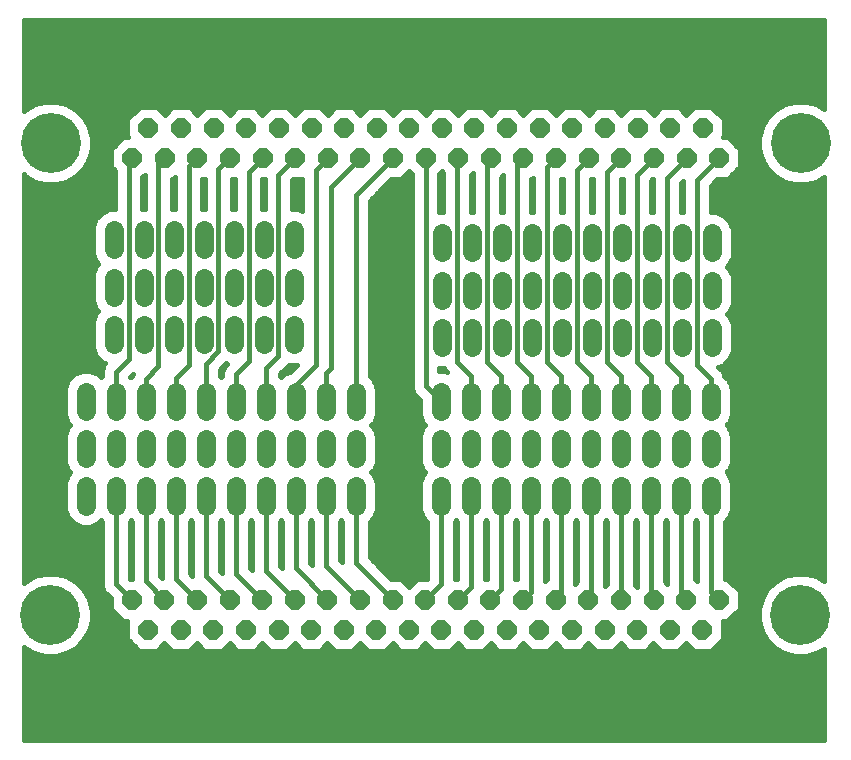
<source format=gtl>
G75*
%MOIN*%
%OFA0B0*%
%FSLAX25Y25*%
%IPPOS*%
%LPD*%
%AMOC8*
5,1,8,0,0,1.08239X$1,22.5*
%
%ADD10OC8,0.06400*%
%ADD11C,0.20000*%
%ADD12C,0.06400*%
%ADD13C,0.01575*%
D10*
X0130578Y0076800D03*
X0141378Y0076800D03*
X0152278Y0076800D03*
X0163178Y0076800D03*
X0173978Y0076800D03*
X0184878Y0076800D03*
X0195778Y0076800D03*
X0206678Y0076800D03*
X0217478Y0076800D03*
X0228378Y0076800D03*
X0239278Y0076800D03*
X0250078Y0076800D03*
X0260978Y0076800D03*
X0271878Y0076800D03*
X0282678Y0076800D03*
X0293578Y0076800D03*
X0304478Y0076800D03*
X0315278Y0076800D03*
X0326178Y0076800D03*
X0320778Y0066800D03*
X0309878Y0066800D03*
X0298978Y0066800D03*
X0288178Y0066800D03*
X0277278Y0066800D03*
X0266378Y0066800D03*
X0255578Y0066800D03*
X0244678Y0066800D03*
X0233778Y0066800D03*
X0222978Y0066800D03*
X0212078Y0066800D03*
X0201178Y0066800D03*
X0190278Y0066800D03*
X0179478Y0066800D03*
X0168578Y0066800D03*
X0157678Y0066800D03*
X0146878Y0066800D03*
X0135978Y0066800D03*
X0130657Y0224095D03*
X0141557Y0224095D03*
X0152357Y0224095D03*
X0163257Y0224095D03*
X0174157Y0224095D03*
X0184957Y0224095D03*
X0195857Y0224095D03*
X0206757Y0224095D03*
X0217557Y0224095D03*
X0228457Y0224095D03*
X0239357Y0224095D03*
X0250157Y0224095D03*
X0261057Y0224095D03*
X0271957Y0224095D03*
X0282857Y0224095D03*
X0293657Y0224095D03*
X0304557Y0224095D03*
X0315457Y0224095D03*
X0326257Y0224095D03*
X0320857Y0234095D03*
X0309957Y0234095D03*
X0299157Y0234095D03*
X0288257Y0234095D03*
X0277357Y0234095D03*
X0266457Y0234095D03*
X0255657Y0234095D03*
X0244757Y0234095D03*
X0233857Y0234095D03*
X0223057Y0234095D03*
X0212157Y0234095D03*
X0201257Y0234095D03*
X0190457Y0234095D03*
X0179557Y0234095D03*
X0168657Y0234095D03*
X0157857Y0234095D03*
X0146957Y0234095D03*
X0136057Y0234095D03*
D11*
X0103457Y0229095D03*
X0103378Y0071800D03*
X0353378Y0071800D03*
X0353457Y0229095D03*
D12*
X0323842Y0198992D02*
X0323842Y0192592D01*
X0313842Y0192592D02*
X0313842Y0198992D01*
X0303842Y0198992D02*
X0303842Y0192592D01*
X0303842Y0183244D02*
X0303842Y0176844D01*
X0303842Y0167496D02*
X0303842Y0161096D01*
X0293842Y0161096D02*
X0293842Y0167496D01*
X0283842Y0167496D02*
X0283842Y0161096D01*
X0273842Y0161096D02*
X0273842Y0167496D01*
X0273842Y0176844D02*
X0273842Y0183244D01*
X0273842Y0192592D02*
X0273842Y0198992D01*
X0263842Y0198992D02*
X0263842Y0192592D01*
X0253842Y0192592D02*
X0253842Y0198992D01*
X0243842Y0198992D02*
X0243842Y0192592D01*
X0233842Y0192592D02*
X0233842Y0198992D01*
X0233842Y0183244D02*
X0233842Y0176844D01*
X0243842Y0176844D02*
X0243842Y0183244D01*
X0253842Y0183244D02*
X0253842Y0176844D01*
X0263842Y0176844D02*
X0263842Y0183244D01*
X0263842Y0167496D02*
X0263842Y0161096D01*
X0253842Y0161096D02*
X0253842Y0167496D01*
X0243842Y0167496D02*
X0243842Y0161096D01*
X0233842Y0161096D02*
X0233842Y0167496D01*
X0233590Y0146126D02*
X0233590Y0139726D01*
X0233590Y0130378D02*
X0233590Y0123978D01*
X0233590Y0114630D02*
X0233590Y0108230D01*
X0243590Y0108230D02*
X0243590Y0114630D01*
X0243590Y0123978D02*
X0243590Y0130378D01*
X0243590Y0139726D02*
X0243590Y0146126D01*
X0253590Y0146126D02*
X0253590Y0139726D01*
X0263590Y0139726D02*
X0263590Y0146126D01*
X0273590Y0146126D02*
X0273590Y0139726D01*
X0273590Y0130378D02*
X0273590Y0123978D01*
X0273590Y0114630D02*
X0273590Y0108230D01*
X0263590Y0108230D02*
X0263590Y0114630D01*
X0253590Y0114630D02*
X0253590Y0108230D01*
X0253590Y0123978D02*
X0253590Y0130378D01*
X0263590Y0130378D02*
X0263590Y0123978D01*
X0283590Y0123978D02*
X0283590Y0130378D01*
X0293590Y0130378D02*
X0293590Y0123978D01*
X0293590Y0114630D02*
X0293590Y0108230D01*
X0283590Y0108230D02*
X0283590Y0114630D01*
X0303590Y0114630D02*
X0303590Y0108230D01*
X0313590Y0108230D02*
X0313590Y0114630D01*
X0313590Y0123978D02*
X0313590Y0130378D01*
X0303590Y0130378D02*
X0303590Y0123978D01*
X0323590Y0123978D02*
X0323590Y0130378D01*
X0323590Y0139726D02*
X0323590Y0146126D01*
X0313590Y0146126D02*
X0313590Y0139726D01*
X0303590Y0139726D02*
X0303590Y0146126D01*
X0293590Y0146126D02*
X0293590Y0139726D01*
X0283590Y0139726D02*
X0283590Y0146126D01*
X0313842Y0161096D02*
X0313842Y0167496D01*
X0323842Y0167496D02*
X0323842Y0161096D01*
X0323842Y0176844D02*
X0323842Y0183244D01*
X0313842Y0183244D02*
X0313842Y0176844D01*
X0293842Y0176844D02*
X0293842Y0183244D01*
X0283842Y0183244D02*
X0283842Y0176844D01*
X0283842Y0192592D02*
X0283842Y0198992D01*
X0293842Y0198992D02*
X0293842Y0192592D01*
X0205228Y0146126D02*
X0205228Y0139726D01*
X0205228Y0130378D02*
X0205228Y0123978D01*
X0205228Y0114630D02*
X0205228Y0108230D01*
X0195228Y0108230D02*
X0195228Y0114630D01*
X0185228Y0114630D02*
X0185228Y0108230D01*
X0175228Y0108230D02*
X0175228Y0114630D01*
X0175228Y0123978D02*
X0175228Y0130378D01*
X0175228Y0139726D02*
X0175228Y0146126D01*
X0165228Y0146126D02*
X0165228Y0139726D01*
X0155228Y0139726D02*
X0155228Y0146126D01*
X0145228Y0146126D02*
X0145228Y0139726D01*
X0145228Y0130378D02*
X0145228Y0123978D01*
X0145228Y0114630D02*
X0145228Y0108230D01*
X0135228Y0108230D02*
X0135228Y0114630D01*
X0125228Y0114630D02*
X0125228Y0108230D01*
X0115228Y0108230D02*
X0115228Y0114630D01*
X0115228Y0123978D02*
X0115228Y0130378D01*
X0115228Y0139726D02*
X0115228Y0146126D01*
X0125228Y0146126D02*
X0125228Y0139726D01*
X0135228Y0139726D02*
X0135228Y0146126D01*
X0135228Y0130378D02*
X0135228Y0123978D01*
X0125228Y0123978D02*
X0125228Y0130378D01*
X0155228Y0130378D02*
X0155228Y0123978D01*
X0165228Y0123978D02*
X0165228Y0130378D01*
X0165228Y0114630D02*
X0165228Y0108230D01*
X0155228Y0108230D02*
X0155228Y0114630D01*
X0185228Y0123978D02*
X0185228Y0130378D01*
X0195228Y0130378D02*
X0195228Y0123978D01*
X0195228Y0139726D02*
X0195228Y0146126D01*
X0185228Y0146126D02*
X0185228Y0139726D01*
X0184504Y0162096D02*
X0184504Y0168496D01*
X0174504Y0168496D02*
X0174504Y0162096D01*
X0164504Y0162096D02*
X0164504Y0168496D01*
X0154504Y0168496D02*
X0154504Y0162096D01*
X0144504Y0162096D02*
X0144504Y0168496D01*
X0144504Y0177844D02*
X0144504Y0184244D01*
X0144504Y0193592D02*
X0144504Y0199992D01*
X0154504Y0199992D02*
X0154504Y0193592D01*
X0164504Y0193592D02*
X0164504Y0199992D01*
X0174504Y0199992D02*
X0174504Y0193592D01*
X0184504Y0193592D02*
X0184504Y0199992D01*
X0184504Y0184244D02*
X0184504Y0177844D01*
X0174504Y0177844D02*
X0174504Y0184244D01*
X0164504Y0184244D02*
X0164504Y0177844D01*
X0154504Y0177844D02*
X0154504Y0184244D01*
X0134504Y0184244D02*
X0134504Y0177844D01*
X0124504Y0177844D02*
X0124504Y0184244D01*
X0124504Y0193592D02*
X0124504Y0199992D01*
X0134504Y0199992D02*
X0134504Y0193592D01*
X0134504Y0168496D02*
X0134504Y0162096D01*
X0124504Y0162096D02*
X0124504Y0168496D01*
X0323590Y0114630D02*
X0323590Y0108230D01*
D13*
X0094461Y0061218D02*
X0094461Y0030246D01*
X0361326Y0030246D01*
X0361326Y0060469D01*
X0358700Y0058952D01*
X0355193Y0058013D01*
X0351563Y0058013D01*
X0348056Y0058952D01*
X0344912Y0060767D01*
X0342345Y0063334D01*
X0340530Y0066478D01*
X0339590Y0069985D01*
X0339590Y0073615D01*
X0340530Y0077122D01*
X0342345Y0080266D01*
X0344912Y0082833D01*
X0348056Y0084648D01*
X0351563Y0085587D01*
X0355193Y0085587D01*
X0358700Y0084648D01*
X0361326Y0083131D01*
X0361326Y0217718D01*
X0358778Y0216247D01*
X0355272Y0215308D01*
X0351641Y0215308D01*
X0348135Y0216247D01*
X0344991Y0218063D01*
X0342424Y0220630D01*
X0340609Y0223774D01*
X0339669Y0227280D01*
X0339669Y0230910D01*
X0340609Y0234417D01*
X0342424Y0237561D01*
X0344991Y0240128D01*
X0348135Y0241943D01*
X0351641Y0242883D01*
X0355272Y0242883D01*
X0358778Y0241943D01*
X0361326Y0240472D01*
X0361326Y0269945D01*
X0104566Y0269945D01*
X0094461Y0269945D01*
X0094461Y0239598D01*
X0094991Y0240128D01*
X0098135Y0241943D01*
X0101641Y0242883D01*
X0105272Y0242883D01*
X0108778Y0241943D01*
X0111922Y0240128D01*
X0114489Y0237561D01*
X0116304Y0234417D01*
X0117244Y0230910D01*
X0117244Y0227280D01*
X0116304Y0223774D01*
X0114489Y0220630D01*
X0111922Y0218063D01*
X0108778Y0216247D01*
X0105272Y0215308D01*
X0101641Y0215308D01*
X0098135Y0216247D01*
X0094991Y0218063D01*
X0094461Y0218592D01*
X0094461Y0082382D01*
X0094912Y0082833D01*
X0098056Y0084648D01*
X0101563Y0085587D01*
X0105193Y0085587D01*
X0108700Y0084648D01*
X0111843Y0082833D01*
X0114410Y0080266D01*
X0116226Y0077122D01*
X0117165Y0073615D01*
X0117165Y0069985D01*
X0116226Y0066478D01*
X0114410Y0063334D01*
X0111843Y0060767D01*
X0108700Y0058952D01*
X0105193Y0058013D01*
X0101563Y0058013D01*
X0098056Y0058952D01*
X0094912Y0060767D01*
X0094461Y0061218D01*
X0094461Y0059808D02*
X0096574Y0059808D01*
X0094461Y0058234D02*
X0100735Y0058234D01*
X0106020Y0058234D02*
X0350735Y0058234D01*
X0346574Y0059808D02*
X0110181Y0059808D01*
X0112457Y0061381D02*
X0131515Y0061381D01*
X0133084Y0059813D02*
X0138872Y0059813D01*
X0141428Y0062368D01*
X0143984Y0059813D01*
X0149772Y0059813D01*
X0152278Y0062318D01*
X0154784Y0059813D01*
X0160572Y0059813D01*
X0163128Y0062368D01*
X0165684Y0059813D01*
X0171472Y0059813D01*
X0174028Y0062368D01*
X0176584Y0059813D01*
X0182372Y0059813D01*
X0184878Y0062318D01*
X0187384Y0059813D01*
X0193172Y0059813D01*
X0195728Y0062368D01*
X0198284Y0059813D01*
X0204072Y0059813D01*
X0206628Y0062368D01*
X0209184Y0059813D01*
X0214972Y0059813D01*
X0217528Y0062368D01*
X0220084Y0059813D01*
X0225872Y0059813D01*
X0228378Y0062318D01*
X0230884Y0059813D01*
X0236672Y0059813D01*
X0239228Y0062368D01*
X0241784Y0059813D01*
X0247572Y0059813D01*
X0250128Y0062368D01*
X0252684Y0059813D01*
X0258472Y0059813D01*
X0260978Y0062318D01*
X0263484Y0059813D01*
X0269272Y0059813D01*
X0271828Y0062368D01*
X0274384Y0059813D01*
X0280172Y0059813D01*
X0282728Y0062368D01*
X0285284Y0059813D01*
X0291072Y0059813D01*
X0293578Y0062318D01*
X0296084Y0059813D01*
X0301872Y0059813D01*
X0304428Y0062368D01*
X0306984Y0059813D01*
X0312772Y0059813D01*
X0315328Y0062368D01*
X0317884Y0059813D01*
X0323672Y0059813D01*
X0327765Y0063906D01*
X0327765Y0069694D01*
X0327647Y0069813D01*
X0329072Y0069813D01*
X0333165Y0073906D01*
X0333165Y0079694D01*
X0329072Y0083787D01*
X0328165Y0083787D01*
X0328165Y0102923D01*
X0329514Y0104272D01*
X0330578Y0106840D01*
X0330578Y0116020D01*
X0329514Y0118588D01*
X0328798Y0119304D01*
X0329514Y0120020D01*
X0330578Y0122588D01*
X0330578Y0131768D01*
X0329514Y0134336D01*
X0328798Y0135052D01*
X0329514Y0135768D01*
X0330578Y0138336D01*
X0330578Y0147516D01*
X0329514Y0150084D01*
X0328077Y0151521D01*
X0327469Y0152990D01*
X0326023Y0154436D01*
X0327800Y0155172D01*
X0329766Y0157138D01*
X0330830Y0159706D01*
X0330830Y0168886D01*
X0329766Y0171454D01*
X0329050Y0172170D01*
X0329766Y0172886D01*
X0330830Y0175454D01*
X0330830Y0184634D01*
X0329766Y0187202D01*
X0329050Y0187918D01*
X0329766Y0188634D01*
X0330830Y0191202D01*
X0330830Y0200382D01*
X0329766Y0202950D01*
X0327800Y0204916D01*
X0325232Y0205980D01*
X0323504Y0205980D01*
X0323504Y0214873D01*
X0325739Y0217108D01*
X0329151Y0217108D01*
X0333244Y0221201D01*
X0333244Y0226990D01*
X0329151Y0231083D01*
X0327726Y0231083D01*
X0327844Y0231201D01*
X0327844Y0236990D01*
X0323751Y0241083D01*
X0317962Y0241083D01*
X0315407Y0238527D01*
X0312851Y0241083D01*
X0307062Y0241083D01*
X0304557Y0238577D01*
X0302051Y0241083D01*
X0296262Y0241083D01*
X0293707Y0238527D01*
X0291151Y0241083D01*
X0285362Y0241083D01*
X0282807Y0238527D01*
X0280251Y0241083D01*
X0274462Y0241083D01*
X0271907Y0238527D01*
X0269351Y0241083D01*
X0263562Y0241083D01*
X0261057Y0238577D01*
X0258551Y0241083D01*
X0252762Y0241083D01*
X0250207Y0238527D01*
X0247651Y0241083D01*
X0241862Y0241083D01*
X0239307Y0238527D01*
X0236751Y0241083D01*
X0230962Y0241083D01*
X0228457Y0238577D01*
X0225951Y0241083D01*
X0220162Y0241083D01*
X0217607Y0238527D01*
X0215051Y0241083D01*
X0209262Y0241083D01*
X0206707Y0238527D01*
X0204151Y0241083D01*
X0198362Y0241083D01*
X0195857Y0238577D01*
X0193351Y0241083D01*
X0187562Y0241083D01*
X0185007Y0238527D01*
X0182451Y0241083D01*
X0176662Y0241083D01*
X0174107Y0238527D01*
X0171551Y0241083D01*
X0165762Y0241083D01*
X0163257Y0238577D01*
X0160751Y0241083D01*
X0154962Y0241083D01*
X0152407Y0238527D01*
X0149851Y0241083D01*
X0144062Y0241083D01*
X0141507Y0238527D01*
X0138951Y0241083D01*
X0133162Y0241083D01*
X0129069Y0236990D01*
X0129069Y0231201D01*
X0129187Y0231083D01*
X0127762Y0231083D01*
X0123669Y0226990D01*
X0123669Y0221201D01*
X0124954Y0219916D01*
X0124954Y0206980D01*
X0123114Y0206980D01*
X0120546Y0205916D01*
X0118580Y0203950D01*
X0117516Y0201382D01*
X0117516Y0192202D01*
X0118580Y0189634D01*
X0119296Y0188918D01*
X0118580Y0188202D01*
X0117516Y0185634D01*
X0117516Y0176454D01*
X0118580Y0173886D01*
X0119296Y0173170D01*
X0118580Y0172454D01*
X0117516Y0169886D01*
X0117516Y0160706D01*
X0118580Y0158138D01*
X0120546Y0156172D01*
X0121625Y0155725D01*
X0121350Y0155450D01*
X0120653Y0153769D01*
X0120653Y0151433D01*
X0120228Y0151008D01*
X0119186Y0152050D01*
X0116618Y0153113D01*
X0113838Y0153113D01*
X0111270Y0152050D01*
X0109305Y0150084D01*
X0108241Y0147516D01*
X0108241Y0138336D01*
X0109305Y0135768D01*
X0110021Y0135052D01*
X0109305Y0134336D01*
X0108241Y0131768D01*
X0108241Y0122588D01*
X0109305Y0120020D01*
X0110021Y0119304D01*
X0109305Y0118588D01*
X0108241Y0116020D01*
X0108241Y0106840D01*
X0109305Y0104272D01*
X0111270Y0102306D01*
X0113838Y0101243D01*
X0116618Y0101243D01*
X0119186Y0102306D01*
X0120228Y0103348D01*
X0120653Y0102923D01*
X0120653Y0081240D01*
X0121350Y0079558D01*
X0123590Y0077318D01*
X0123590Y0073906D01*
X0127684Y0069813D01*
X0129109Y0069813D01*
X0128990Y0069694D01*
X0128990Y0063906D01*
X0133084Y0059813D01*
X0129942Y0062954D02*
X0114030Y0062954D01*
X0115099Y0064528D02*
X0128990Y0064528D01*
X0128990Y0066101D02*
X0116008Y0066101D01*
X0116546Y0067674D02*
X0128990Y0067674D01*
X0128990Y0069247D02*
X0116968Y0069247D01*
X0117165Y0070821D02*
X0126675Y0070821D01*
X0125102Y0072394D02*
X0117165Y0072394D01*
X0117071Y0073967D02*
X0123590Y0073967D01*
X0123590Y0075541D02*
X0116649Y0075541D01*
X0116228Y0077114D02*
X0123590Y0077114D01*
X0122221Y0078687D02*
X0115322Y0078687D01*
X0114413Y0080261D02*
X0121059Y0080261D01*
X0120653Y0081834D02*
X0112842Y0081834D01*
X0110848Y0083407D02*
X0120653Y0083407D01*
X0120653Y0084981D02*
X0107457Y0084981D01*
X0099298Y0084981D02*
X0094461Y0084981D01*
X0094461Y0086554D02*
X0120653Y0086554D01*
X0120653Y0088127D02*
X0094461Y0088127D01*
X0094461Y0089701D02*
X0120653Y0089701D01*
X0120653Y0091274D02*
X0094461Y0091274D01*
X0094461Y0092847D02*
X0120653Y0092847D01*
X0120653Y0094421D02*
X0094461Y0094421D01*
X0094461Y0095994D02*
X0120653Y0095994D01*
X0120653Y0097567D02*
X0094461Y0097567D01*
X0094461Y0099140D02*
X0120653Y0099140D01*
X0120653Y0100714D02*
X0094461Y0100714D01*
X0094461Y0102287D02*
X0111316Y0102287D01*
X0109716Y0103860D02*
X0094461Y0103860D01*
X0094461Y0105434D02*
X0108823Y0105434D01*
X0108241Y0107007D02*
X0094461Y0107007D01*
X0094461Y0108580D02*
X0108241Y0108580D01*
X0108241Y0110154D02*
X0094461Y0110154D01*
X0094461Y0111727D02*
X0108241Y0111727D01*
X0108241Y0113300D02*
X0094461Y0113300D01*
X0094461Y0114874D02*
X0108241Y0114874D01*
X0108418Y0116447D02*
X0094461Y0116447D01*
X0094461Y0118020D02*
X0109069Y0118020D01*
X0109731Y0119594D02*
X0094461Y0119594D01*
X0094461Y0121167D02*
X0108829Y0121167D01*
X0108241Y0122740D02*
X0094461Y0122740D01*
X0094461Y0124313D02*
X0108241Y0124313D01*
X0108241Y0125887D02*
X0094461Y0125887D01*
X0094461Y0127460D02*
X0108241Y0127460D01*
X0108241Y0129033D02*
X0094461Y0129033D01*
X0094461Y0130607D02*
X0108241Y0130607D01*
X0108412Y0132180D02*
X0094461Y0132180D01*
X0094461Y0133753D02*
X0109063Y0133753D01*
X0109746Y0135327D02*
X0094461Y0135327D01*
X0094461Y0136900D02*
X0108836Y0136900D01*
X0108241Y0138473D02*
X0094461Y0138473D01*
X0094461Y0140047D02*
X0108241Y0140047D01*
X0108241Y0141620D02*
X0094461Y0141620D01*
X0094461Y0143193D02*
X0108241Y0143193D01*
X0108241Y0144767D02*
X0094461Y0144767D01*
X0094461Y0146340D02*
X0108241Y0146340D01*
X0108405Y0147913D02*
X0094461Y0147913D01*
X0094461Y0149487D02*
X0109057Y0149487D01*
X0110280Y0151060D02*
X0094461Y0151060D01*
X0094461Y0152633D02*
X0112679Y0152633D01*
X0117777Y0152633D02*
X0120653Y0152633D01*
X0120835Y0154206D02*
X0094461Y0154206D01*
X0094461Y0155780D02*
X0121494Y0155780D01*
X0119365Y0157353D02*
X0094461Y0157353D01*
X0094461Y0158926D02*
X0118254Y0158926D01*
X0117602Y0160500D02*
X0094461Y0160500D01*
X0094461Y0162073D02*
X0117516Y0162073D01*
X0117516Y0163646D02*
X0094461Y0163646D01*
X0094461Y0165220D02*
X0117516Y0165220D01*
X0117516Y0166793D02*
X0094461Y0166793D01*
X0094461Y0168366D02*
X0117516Y0168366D01*
X0117539Y0169940D02*
X0094461Y0169940D01*
X0094461Y0171513D02*
X0118190Y0171513D01*
X0119212Y0173086D02*
X0094461Y0173086D01*
X0094461Y0174660D02*
X0118260Y0174660D01*
X0117608Y0176233D02*
X0094461Y0176233D01*
X0094461Y0177806D02*
X0117516Y0177806D01*
X0117516Y0179380D02*
X0094461Y0179380D01*
X0094461Y0180953D02*
X0117516Y0180953D01*
X0117516Y0182526D02*
X0094461Y0182526D01*
X0094461Y0184099D02*
X0117516Y0184099D01*
X0117532Y0185673D02*
X0094461Y0185673D01*
X0094461Y0187246D02*
X0118184Y0187246D01*
X0119197Y0188819D02*
X0094461Y0188819D01*
X0094461Y0190393D02*
X0118266Y0190393D01*
X0117614Y0191966D02*
X0094461Y0191966D01*
X0094461Y0193539D02*
X0117516Y0193539D01*
X0117516Y0195113D02*
X0094461Y0195113D01*
X0094461Y0196686D02*
X0117516Y0196686D01*
X0117516Y0198259D02*
X0094461Y0198259D01*
X0094461Y0199833D02*
X0117516Y0199833D01*
X0117526Y0201406D02*
X0094461Y0201406D01*
X0094461Y0202979D02*
X0118178Y0202979D01*
X0119183Y0204553D02*
X0094461Y0204553D01*
X0094461Y0206126D02*
X0121053Y0206126D01*
X0124954Y0207699D02*
X0094461Y0207699D01*
X0094461Y0209272D02*
X0124954Y0209272D01*
X0124954Y0210846D02*
X0094461Y0210846D01*
X0094461Y0212419D02*
X0124954Y0212419D01*
X0124954Y0213992D02*
X0094461Y0213992D01*
X0094461Y0215566D02*
X0100679Y0215566D01*
X0096591Y0217139D02*
X0094461Y0217139D01*
X0106234Y0215566D02*
X0124954Y0215566D01*
X0124954Y0217139D02*
X0110323Y0217139D01*
X0112572Y0218712D02*
X0124954Y0218712D01*
X0124584Y0220286D02*
X0114145Y0220286D01*
X0115199Y0221859D02*
X0123669Y0221859D01*
X0123669Y0223432D02*
X0116107Y0223432D01*
X0116634Y0225006D02*
X0123669Y0225006D01*
X0123669Y0226579D02*
X0117056Y0226579D01*
X0117244Y0228152D02*
X0124832Y0228152D01*
X0126405Y0229726D02*
X0117244Y0229726D01*
X0117140Y0231299D02*
X0129069Y0231299D01*
X0129069Y0232872D02*
X0116718Y0232872D01*
X0116288Y0234446D02*
X0129069Y0234446D01*
X0129069Y0236019D02*
X0115380Y0236019D01*
X0114458Y0237592D02*
X0129672Y0237592D01*
X0131245Y0239165D02*
X0112885Y0239165D01*
X0110864Y0240739D02*
X0132818Y0240739D01*
X0139295Y0240739D02*
X0143718Y0240739D01*
X0142145Y0239165D02*
X0140868Y0239165D01*
X0150195Y0240739D02*
X0154618Y0240739D01*
X0153045Y0239165D02*
X0151768Y0239165D01*
X0161095Y0240739D02*
X0165418Y0240739D01*
X0163845Y0239165D02*
X0162668Y0239165D01*
X0171895Y0240739D02*
X0176318Y0240739D01*
X0174745Y0239165D02*
X0173468Y0239165D01*
X0182795Y0240739D02*
X0187218Y0240739D01*
X0185645Y0239165D02*
X0184368Y0239165D01*
X0193695Y0240739D02*
X0198018Y0240739D01*
X0196445Y0239165D02*
X0195268Y0239165D01*
X0204495Y0240739D02*
X0208918Y0240739D01*
X0207345Y0239165D02*
X0206068Y0239165D01*
X0215395Y0240739D02*
X0219818Y0240739D01*
X0218245Y0239165D02*
X0216968Y0239165D01*
X0226295Y0240739D02*
X0230618Y0240739D01*
X0229045Y0239165D02*
X0227868Y0239165D01*
X0237095Y0240739D02*
X0241518Y0240739D01*
X0239945Y0239165D02*
X0238668Y0239165D01*
X0247995Y0240739D02*
X0252418Y0240739D01*
X0250845Y0239165D02*
X0249568Y0239165D01*
X0258895Y0240739D02*
X0263218Y0240739D01*
X0261645Y0239165D02*
X0260468Y0239165D01*
X0269695Y0240739D02*
X0274118Y0240739D01*
X0272545Y0239165D02*
X0271268Y0239165D01*
X0280595Y0240739D02*
X0285018Y0240739D01*
X0283445Y0239165D02*
X0282168Y0239165D01*
X0291495Y0240739D02*
X0295918Y0240739D01*
X0294345Y0239165D02*
X0293068Y0239165D01*
X0302395Y0240739D02*
X0306718Y0240739D01*
X0305145Y0239165D02*
X0303968Y0239165D01*
X0313195Y0240739D02*
X0317618Y0240739D01*
X0316045Y0239165D02*
X0314768Y0239165D01*
X0324095Y0240739D02*
X0346049Y0240739D01*
X0344028Y0239165D02*
X0325668Y0239165D01*
X0327241Y0237592D02*
X0342455Y0237592D01*
X0341534Y0236019D02*
X0327844Y0236019D01*
X0327844Y0234446D02*
X0340625Y0234446D01*
X0340195Y0232872D02*
X0327844Y0232872D01*
X0327844Y0231299D02*
X0339773Y0231299D01*
X0339669Y0229726D02*
X0330508Y0229726D01*
X0332081Y0228152D02*
X0339669Y0228152D01*
X0339857Y0226579D02*
X0333244Y0226579D01*
X0333244Y0225006D02*
X0340279Y0225006D01*
X0340806Y0223432D02*
X0333244Y0223432D01*
X0333244Y0221859D02*
X0341714Y0221859D01*
X0342768Y0220286D02*
X0332329Y0220286D01*
X0330755Y0218712D02*
X0344341Y0218712D01*
X0346591Y0217139D02*
X0329182Y0217139D01*
X0324197Y0215566D02*
X0350679Y0215566D01*
X0356234Y0215566D02*
X0361326Y0215566D01*
X0361326Y0217139D02*
X0360323Y0217139D01*
X0361326Y0213992D02*
X0323504Y0213992D01*
X0323504Y0212419D02*
X0361326Y0212419D01*
X0361326Y0210846D02*
X0323504Y0210846D01*
X0323504Y0209272D02*
X0361326Y0209272D01*
X0361326Y0207699D02*
X0323504Y0207699D01*
X0323504Y0206126D02*
X0361326Y0206126D01*
X0361326Y0204553D02*
X0328164Y0204553D01*
X0329737Y0202979D02*
X0361326Y0202979D01*
X0361326Y0201406D02*
X0330406Y0201406D01*
X0330830Y0199833D02*
X0361326Y0199833D01*
X0361326Y0198259D02*
X0330830Y0198259D01*
X0330830Y0196686D02*
X0361326Y0196686D01*
X0361326Y0195113D02*
X0330830Y0195113D01*
X0330830Y0193539D02*
X0361326Y0193539D01*
X0361326Y0191966D02*
X0330830Y0191966D01*
X0330494Y0190393D02*
X0361326Y0190393D01*
X0361326Y0188819D02*
X0329843Y0188819D01*
X0329722Y0187246D02*
X0361326Y0187246D01*
X0361326Y0185673D02*
X0330399Y0185673D01*
X0330830Y0184099D02*
X0361326Y0184099D01*
X0361326Y0182526D02*
X0330830Y0182526D01*
X0330830Y0180953D02*
X0361326Y0180953D01*
X0361326Y0179380D02*
X0330830Y0179380D01*
X0330830Y0177806D02*
X0361326Y0177806D01*
X0361326Y0176233D02*
X0330830Y0176233D01*
X0330501Y0174660D02*
X0361326Y0174660D01*
X0361326Y0173086D02*
X0329849Y0173086D01*
X0329707Y0171513D02*
X0361326Y0171513D01*
X0361326Y0169940D02*
X0330393Y0169940D01*
X0330830Y0168366D02*
X0361326Y0168366D01*
X0361326Y0166793D02*
X0330830Y0166793D01*
X0330830Y0165220D02*
X0361326Y0165220D01*
X0361326Y0163646D02*
X0330830Y0163646D01*
X0330830Y0162073D02*
X0361326Y0162073D01*
X0361326Y0160500D02*
X0330830Y0160500D01*
X0330507Y0158926D02*
X0361326Y0158926D01*
X0361326Y0157353D02*
X0329855Y0157353D01*
X0328408Y0155780D02*
X0361326Y0155780D01*
X0361326Y0154206D02*
X0326252Y0154206D01*
X0327616Y0152633D02*
X0361326Y0152633D01*
X0361326Y0151060D02*
X0328538Y0151060D01*
X0329762Y0149487D02*
X0361326Y0149487D01*
X0361326Y0147913D02*
X0330413Y0147913D01*
X0330578Y0146340D02*
X0361326Y0146340D01*
X0361326Y0144767D02*
X0330578Y0144767D01*
X0330578Y0143193D02*
X0361326Y0143193D01*
X0361326Y0141620D02*
X0330578Y0141620D01*
X0330578Y0140047D02*
X0361326Y0140047D01*
X0361326Y0138473D02*
X0330578Y0138473D01*
X0329983Y0136900D02*
X0361326Y0136900D01*
X0361326Y0135327D02*
X0329073Y0135327D01*
X0329755Y0133753D02*
X0361326Y0133753D01*
X0361326Y0132180D02*
X0330407Y0132180D01*
X0330578Y0130607D02*
X0361326Y0130607D01*
X0361326Y0129033D02*
X0330578Y0129033D01*
X0330578Y0127460D02*
X0361326Y0127460D01*
X0361326Y0125887D02*
X0330578Y0125887D01*
X0330578Y0124313D02*
X0361326Y0124313D01*
X0361326Y0122740D02*
X0330578Y0122740D01*
X0329989Y0121167D02*
X0361326Y0121167D01*
X0361326Y0119594D02*
X0329088Y0119594D01*
X0329749Y0118020D02*
X0361326Y0118020D01*
X0361326Y0116447D02*
X0330401Y0116447D01*
X0330578Y0114874D02*
X0361326Y0114874D01*
X0361326Y0113300D02*
X0330578Y0113300D01*
X0330578Y0111727D02*
X0361326Y0111727D01*
X0361326Y0110154D02*
X0330578Y0110154D01*
X0330578Y0108580D02*
X0361326Y0108580D01*
X0361326Y0107007D02*
X0330578Y0107007D01*
X0329995Y0105434D02*
X0361326Y0105434D01*
X0361326Y0103860D02*
X0329103Y0103860D01*
X0328165Y0102287D02*
X0361326Y0102287D01*
X0361326Y0100714D02*
X0328165Y0100714D01*
X0328165Y0099140D02*
X0361326Y0099140D01*
X0361326Y0097567D02*
X0328165Y0097567D01*
X0328165Y0095994D02*
X0361326Y0095994D01*
X0361326Y0094421D02*
X0328165Y0094421D01*
X0328165Y0092847D02*
X0361326Y0092847D01*
X0361326Y0091274D02*
X0328165Y0091274D01*
X0328165Y0089701D02*
X0361326Y0089701D01*
X0361326Y0088127D02*
X0328165Y0088127D01*
X0328165Y0086554D02*
X0361326Y0086554D01*
X0361326Y0084981D02*
X0357457Y0084981D01*
X0360848Y0083407D02*
X0361326Y0083407D01*
X0349298Y0084981D02*
X0328165Y0084981D01*
X0329452Y0083407D02*
X0345908Y0083407D01*
X0343914Y0081834D02*
X0331025Y0081834D01*
X0332599Y0080261D02*
X0342342Y0080261D01*
X0341434Y0078687D02*
X0333165Y0078687D01*
X0333165Y0077114D02*
X0340528Y0077114D01*
X0340106Y0075541D02*
X0333165Y0075541D01*
X0333165Y0073967D02*
X0339685Y0073967D01*
X0339590Y0072394D02*
X0331654Y0072394D01*
X0330080Y0070821D02*
X0339590Y0070821D01*
X0339788Y0069247D02*
X0327765Y0069247D01*
X0327765Y0067674D02*
X0340210Y0067674D01*
X0340748Y0066101D02*
X0327765Y0066101D01*
X0327765Y0064528D02*
X0341656Y0064528D01*
X0342725Y0062954D02*
X0326814Y0062954D01*
X0325240Y0061381D02*
X0344299Y0061381D01*
X0356020Y0058234D02*
X0361326Y0058234D01*
X0361326Y0056661D02*
X0094461Y0056661D01*
X0094461Y0055088D02*
X0361326Y0055088D01*
X0361326Y0053514D02*
X0094461Y0053514D01*
X0094461Y0051941D02*
X0361326Y0051941D01*
X0361326Y0050368D02*
X0094461Y0050368D01*
X0094461Y0048794D02*
X0361326Y0048794D01*
X0361326Y0047221D02*
X0094461Y0047221D01*
X0094461Y0045648D02*
X0361326Y0045648D01*
X0361326Y0044074D02*
X0094461Y0044074D01*
X0094461Y0042501D02*
X0361326Y0042501D01*
X0361326Y0040928D02*
X0094461Y0040928D01*
X0094461Y0039355D02*
X0361326Y0039355D01*
X0361326Y0037781D02*
X0094461Y0037781D01*
X0094461Y0036208D02*
X0361326Y0036208D01*
X0361326Y0034635D02*
X0094461Y0034635D01*
X0094461Y0033061D02*
X0361326Y0033061D01*
X0361326Y0031488D02*
X0094461Y0031488D01*
X0140440Y0061381D02*
X0142415Y0061381D01*
X0151340Y0061381D02*
X0153215Y0061381D01*
X0162140Y0061381D02*
X0164115Y0061381D01*
X0173040Y0061381D02*
X0175015Y0061381D01*
X0183940Y0061381D02*
X0185815Y0061381D01*
X0194740Y0061381D02*
X0196715Y0061381D01*
X0205640Y0061381D02*
X0207615Y0061381D01*
X0216540Y0061381D02*
X0218515Y0061381D01*
X0227440Y0061381D02*
X0229315Y0061381D01*
X0238240Y0061381D02*
X0240215Y0061381D01*
X0249140Y0061381D02*
X0251115Y0061381D01*
X0260040Y0061381D02*
X0261915Y0061381D01*
X0270840Y0061381D02*
X0272815Y0061381D01*
X0281740Y0061381D02*
X0283715Y0061381D01*
X0292640Y0061381D02*
X0294515Y0061381D01*
X0303440Y0061381D02*
X0305415Y0061381D01*
X0314340Y0061381D02*
X0316315Y0061381D01*
X0315278Y0076800D02*
X0313590Y0078487D01*
X0313590Y0111430D01*
X0303590Y0111430D02*
X0303590Y0077687D01*
X0304478Y0076800D01*
X0309016Y0082144D02*
X0308165Y0082994D01*
X0308165Y0102923D01*
X0308590Y0103348D01*
X0309016Y0102923D01*
X0309016Y0082144D01*
X0309016Y0083407D02*
X0308165Y0083407D01*
X0308165Y0084981D02*
X0309016Y0084981D01*
X0309016Y0086554D02*
X0308165Y0086554D01*
X0308165Y0088127D02*
X0309016Y0088127D01*
X0309016Y0089701D02*
X0308165Y0089701D01*
X0308165Y0091274D02*
X0309016Y0091274D01*
X0309016Y0092847D02*
X0308165Y0092847D01*
X0308165Y0094421D02*
X0309016Y0094421D01*
X0309016Y0095994D02*
X0308165Y0095994D01*
X0308165Y0097567D02*
X0309016Y0097567D01*
X0309016Y0099140D02*
X0308165Y0099140D01*
X0308165Y0100714D02*
X0309016Y0100714D01*
X0309016Y0102287D02*
X0308165Y0102287D01*
X0318165Y0102287D02*
X0319016Y0102287D01*
X0319016Y0102923D02*
X0319016Y0082944D01*
X0318172Y0083787D01*
X0318165Y0083787D01*
X0318165Y0102923D01*
X0318590Y0103348D01*
X0319016Y0102923D01*
X0319016Y0100714D02*
X0318165Y0100714D01*
X0318165Y0099140D02*
X0319016Y0099140D01*
X0319016Y0097567D02*
X0318165Y0097567D01*
X0318165Y0095994D02*
X0319016Y0095994D01*
X0319016Y0094421D02*
X0318165Y0094421D01*
X0318165Y0092847D02*
X0319016Y0092847D01*
X0319016Y0091274D02*
X0318165Y0091274D01*
X0318165Y0089701D02*
X0319016Y0089701D01*
X0319016Y0088127D02*
X0318165Y0088127D01*
X0318165Y0086554D02*
X0319016Y0086554D01*
X0319016Y0084981D02*
X0318165Y0084981D01*
X0318552Y0083407D02*
X0319016Y0083407D01*
X0323590Y0079387D02*
X0323590Y0111430D01*
X0299016Y0102923D02*
X0299016Y0081244D01*
X0298165Y0082094D01*
X0298165Y0102923D01*
X0298590Y0103348D01*
X0299016Y0102923D01*
X0299016Y0102287D02*
X0298165Y0102287D01*
X0298165Y0100714D02*
X0299016Y0100714D01*
X0299016Y0099140D02*
X0298165Y0099140D01*
X0298165Y0097567D02*
X0299016Y0097567D01*
X0299016Y0095994D02*
X0298165Y0095994D01*
X0298165Y0094421D02*
X0299016Y0094421D01*
X0299016Y0092847D02*
X0298165Y0092847D01*
X0298165Y0091274D02*
X0299016Y0091274D01*
X0299016Y0089701D02*
X0298165Y0089701D01*
X0298165Y0088127D02*
X0299016Y0088127D01*
X0299016Y0086554D02*
X0298165Y0086554D01*
X0298165Y0084981D02*
X0299016Y0084981D01*
X0299016Y0083407D02*
X0298165Y0083407D01*
X0298425Y0081834D02*
X0299016Y0081834D01*
X0293590Y0076813D02*
X0293590Y0111430D01*
X0283590Y0111430D02*
X0283590Y0077713D01*
X0282678Y0076800D01*
X0278165Y0082169D02*
X0278165Y0102923D01*
X0278590Y0103348D01*
X0279016Y0102923D01*
X0279016Y0083019D01*
X0278165Y0082169D01*
X0278165Y0083407D02*
X0279016Y0083407D01*
X0279016Y0084981D02*
X0278165Y0084981D01*
X0278165Y0086554D02*
X0279016Y0086554D01*
X0279016Y0088127D02*
X0278165Y0088127D01*
X0278165Y0089701D02*
X0279016Y0089701D01*
X0279016Y0091274D02*
X0278165Y0091274D01*
X0278165Y0092847D02*
X0279016Y0092847D01*
X0279016Y0094421D02*
X0278165Y0094421D01*
X0278165Y0095994D02*
X0279016Y0095994D01*
X0279016Y0097567D02*
X0278165Y0097567D01*
X0278165Y0099140D02*
X0279016Y0099140D01*
X0279016Y0100714D02*
X0278165Y0100714D01*
X0278165Y0102287D02*
X0279016Y0102287D01*
X0288165Y0102287D02*
X0289016Y0102287D01*
X0289016Y0102923D02*
X0289016Y0082119D01*
X0288165Y0081269D01*
X0288165Y0102923D01*
X0288590Y0103348D01*
X0289016Y0102923D01*
X0289016Y0100714D02*
X0288165Y0100714D01*
X0288165Y0099140D02*
X0289016Y0099140D01*
X0289016Y0097567D02*
X0288165Y0097567D01*
X0288165Y0095994D02*
X0289016Y0095994D01*
X0289016Y0094421D02*
X0288165Y0094421D01*
X0288165Y0092847D02*
X0289016Y0092847D01*
X0289016Y0091274D02*
X0288165Y0091274D01*
X0288165Y0089701D02*
X0289016Y0089701D01*
X0289016Y0088127D02*
X0288165Y0088127D01*
X0288165Y0086554D02*
X0289016Y0086554D01*
X0289016Y0084981D02*
X0288165Y0084981D01*
X0288165Y0083407D02*
X0289016Y0083407D01*
X0288730Y0081834D02*
X0288165Y0081834D01*
X0293590Y0076813D02*
X0293578Y0076800D01*
X0273590Y0078513D02*
X0271878Y0076800D01*
X0273590Y0078513D02*
X0273590Y0111430D01*
X0268590Y0103348D02*
X0268165Y0102923D01*
X0268165Y0082969D01*
X0268984Y0083787D01*
X0269016Y0083787D01*
X0269016Y0102923D01*
X0268590Y0103348D01*
X0268165Y0102287D02*
X0269016Y0102287D01*
X0269016Y0100714D02*
X0268165Y0100714D01*
X0268165Y0099140D02*
X0269016Y0099140D01*
X0269016Y0097567D02*
X0268165Y0097567D01*
X0268165Y0095994D02*
X0269016Y0095994D01*
X0269016Y0094421D02*
X0268165Y0094421D01*
X0268165Y0092847D02*
X0269016Y0092847D01*
X0269016Y0091274D02*
X0268165Y0091274D01*
X0268165Y0089701D02*
X0269016Y0089701D01*
X0269016Y0088127D02*
X0268165Y0088127D01*
X0268165Y0086554D02*
X0269016Y0086554D01*
X0269016Y0084981D02*
X0268165Y0084981D01*
X0268165Y0083407D02*
X0268603Y0083407D01*
X0263590Y0079413D02*
X0263590Y0111430D01*
X0253590Y0111430D02*
X0253590Y0080313D01*
X0250078Y0076800D01*
X0243590Y0081113D02*
X0243590Y0111430D01*
X0238590Y0103348D02*
X0238165Y0102923D01*
X0238165Y0083787D01*
X0239016Y0083787D01*
X0239016Y0102923D01*
X0238590Y0103348D01*
X0238165Y0102287D02*
X0239016Y0102287D01*
X0239016Y0100714D02*
X0238165Y0100714D01*
X0238165Y0099140D02*
X0239016Y0099140D01*
X0239016Y0097567D02*
X0238165Y0097567D01*
X0238165Y0095994D02*
X0239016Y0095994D01*
X0239016Y0094421D02*
X0238165Y0094421D01*
X0238165Y0092847D02*
X0239016Y0092847D01*
X0239016Y0091274D02*
X0238165Y0091274D01*
X0238165Y0089701D02*
X0239016Y0089701D01*
X0239016Y0088127D02*
X0238165Y0088127D01*
X0238165Y0086554D02*
X0239016Y0086554D01*
X0239016Y0084981D02*
X0238165Y0084981D01*
X0233590Y0082013D02*
X0233590Y0111430D01*
X0226603Y0111727D02*
X0212216Y0111727D01*
X0212216Y0113300D02*
X0226603Y0113300D01*
X0226603Y0114874D02*
X0212216Y0114874D01*
X0212216Y0116020D02*
X0211152Y0118588D01*
X0210436Y0119304D01*
X0211152Y0120020D01*
X0212216Y0122588D01*
X0212216Y0131768D01*
X0211152Y0134336D01*
X0210436Y0135052D01*
X0211152Y0135768D01*
X0212216Y0138336D01*
X0212216Y0147516D01*
X0211152Y0150084D01*
X0209803Y0151433D01*
X0209803Y0209872D01*
X0217039Y0217108D01*
X0220451Y0217108D01*
X0223007Y0219664D01*
X0223882Y0218788D01*
X0223882Y0147150D01*
X0224578Y0145468D01*
X0226603Y0143444D01*
X0226603Y0138336D01*
X0227667Y0135768D01*
X0228383Y0135052D01*
X0227667Y0134336D01*
X0226603Y0131768D01*
X0226603Y0122588D01*
X0227667Y0120020D01*
X0228383Y0119304D01*
X0227667Y0118588D01*
X0226603Y0116020D01*
X0226603Y0106840D01*
X0227667Y0104272D01*
X0229016Y0102923D01*
X0229016Y0083908D01*
X0228895Y0083787D01*
X0225484Y0083787D01*
X0222928Y0081232D01*
X0220372Y0083787D01*
X0216960Y0083787D01*
X0209803Y0090945D01*
X0209803Y0102923D01*
X0211152Y0104272D01*
X0212216Y0106840D01*
X0212216Y0116020D01*
X0212039Y0116447D02*
X0226780Y0116447D01*
X0227432Y0118020D02*
X0211387Y0118020D01*
X0210725Y0119594D02*
X0228093Y0119594D01*
X0227192Y0121167D02*
X0211627Y0121167D01*
X0212216Y0122740D02*
X0226603Y0122740D01*
X0226603Y0124313D02*
X0212216Y0124313D01*
X0212216Y0125887D02*
X0226603Y0125887D01*
X0226603Y0127460D02*
X0212216Y0127460D01*
X0212216Y0129033D02*
X0226603Y0129033D01*
X0226603Y0130607D02*
X0212216Y0130607D01*
X0212045Y0132180D02*
X0226774Y0132180D01*
X0227425Y0133753D02*
X0211393Y0133753D01*
X0210711Y0135327D02*
X0228108Y0135327D01*
X0227198Y0136900D02*
X0211621Y0136900D01*
X0212216Y0138473D02*
X0226603Y0138473D01*
X0226603Y0140047D02*
X0212216Y0140047D01*
X0212216Y0141620D02*
X0226603Y0141620D01*
X0226603Y0143193D02*
X0212216Y0143193D01*
X0212216Y0144767D02*
X0225280Y0144767D01*
X0224217Y0146340D02*
X0212216Y0146340D01*
X0212051Y0147913D02*
X0223882Y0147913D01*
X0223882Y0149487D02*
X0211399Y0149487D01*
X0210176Y0151060D02*
X0223882Y0151060D01*
X0223882Y0152633D02*
X0209803Y0152633D01*
X0209803Y0154206D02*
X0223882Y0154206D01*
X0223882Y0155780D02*
X0209803Y0155780D01*
X0209803Y0157353D02*
X0223882Y0157353D01*
X0223882Y0158926D02*
X0209803Y0158926D01*
X0209803Y0160500D02*
X0223882Y0160500D01*
X0223882Y0162073D02*
X0209803Y0162073D01*
X0209803Y0163646D02*
X0223882Y0163646D01*
X0223882Y0165220D02*
X0209803Y0165220D01*
X0209803Y0166793D02*
X0223882Y0166793D01*
X0223882Y0168366D02*
X0209803Y0168366D01*
X0209803Y0169940D02*
X0223882Y0169940D01*
X0223882Y0171513D02*
X0209803Y0171513D01*
X0209803Y0173086D02*
X0223882Y0173086D01*
X0223882Y0174660D02*
X0209803Y0174660D01*
X0209803Y0176233D02*
X0223882Y0176233D01*
X0223882Y0177806D02*
X0209803Y0177806D01*
X0209803Y0179380D02*
X0223882Y0179380D01*
X0223882Y0180953D02*
X0209803Y0180953D01*
X0209803Y0182526D02*
X0223882Y0182526D01*
X0223882Y0184099D02*
X0209803Y0184099D01*
X0209803Y0185673D02*
X0223882Y0185673D01*
X0223882Y0187246D02*
X0209803Y0187246D01*
X0209803Y0188819D02*
X0223882Y0188819D01*
X0223882Y0190393D02*
X0209803Y0190393D01*
X0209803Y0191966D02*
X0223882Y0191966D01*
X0223882Y0193539D02*
X0209803Y0193539D01*
X0209803Y0195113D02*
X0223882Y0195113D01*
X0223882Y0196686D02*
X0209803Y0196686D01*
X0209803Y0198259D02*
X0223882Y0198259D01*
X0223882Y0199833D02*
X0209803Y0199833D01*
X0209803Y0201406D02*
X0223882Y0201406D01*
X0223882Y0202979D02*
X0209803Y0202979D01*
X0209803Y0204553D02*
X0223882Y0204553D01*
X0223882Y0206126D02*
X0209803Y0206126D01*
X0209803Y0207699D02*
X0223882Y0207699D01*
X0223882Y0209272D02*
X0209803Y0209272D01*
X0210777Y0210846D02*
X0223882Y0210846D01*
X0223882Y0212419D02*
X0212350Y0212419D01*
X0213923Y0213992D02*
X0223882Y0213992D01*
X0223882Y0215566D02*
X0215497Y0215566D01*
X0220482Y0217139D02*
X0223882Y0217139D01*
X0223882Y0218712D02*
X0222055Y0218712D01*
X0217557Y0224095D02*
X0205228Y0211767D01*
X0205228Y0200767D01*
X0205228Y0142926D01*
X0195228Y0142926D02*
X0195228Y0152359D01*
X0196929Y0154060D01*
X0196929Y0203268D01*
X0196929Y0214268D01*
X0206757Y0224095D01*
X0195857Y0224095D02*
X0191929Y0220168D01*
X0191929Y0208060D01*
X0191929Y0155060D01*
X0185228Y0148359D01*
X0185228Y0142926D01*
X0180228Y0151008D02*
X0179803Y0151433D01*
X0179803Y0152064D01*
X0182926Y0155187D01*
X0183114Y0155109D01*
X0185508Y0155109D01*
X0183283Y0152883D01*
X0181270Y0152050D01*
X0180228Y0151008D01*
X0180176Y0151060D02*
X0180280Y0151060D01*
X0180372Y0152633D02*
X0182679Y0152633D01*
X0181945Y0154206D02*
X0184606Y0154206D01*
X0179429Y0158160D02*
X0175228Y0153959D01*
X0175228Y0142926D01*
X0165228Y0142926D02*
X0165228Y0151959D01*
X0169529Y0156260D01*
X0169529Y0208468D01*
X0169529Y0219468D01*
X0174157Y0224095D01*
X0179429Y0218568D02*
X0184957Y0224095D01*
X0179429Y0218568D02*
X0179429Y0207568D01*
X0179429Y0158160D01*
X0162261Y0155462D02*
X0161865Y0155626D01*
X0159803Y0153564D01*
X0159803Y0151433D01*
X0160228Y0151008D01*
X0160653Y0151433D01*
X0160653Y0152869D01*
X0161350Y0154550D01*
X0162261Y0155462D01*
X0161207Y0154206D02*
X0160445Y0154206D01*
X0160653Y0152633D02*
X0159803Y0152633D01*
X0160176Y0151060D02*
X0160280Y0151060D01*
X0155228Y0155459D02*
X0155228Y0142926D01*
X0145228Y0142926D02*
X0145228Y0150759D01*
X0149529Y0155060D01*
X0149529Y0210268D01*
X0149529Y0221268D01*
X0152357Y0224095D01*
X0159429Y0220268D02*
X0163257Y0224095D01*
X0159429Y0220268D02*
X0159429Y0209268D01*
X0159429Y0159660D01*
X0155228Y0155459D01*
X0139429Y0154760D02*
X0135228Y0150559D01*
X0135228Y0142926D01*
X0125228Y0142926D02*
X0125228Y0152859D01*
X0129529Y0157160D01*
X0129529Y0211968D01*
X0129529Y0222968D01*
X0130657Y0224095D01*
X0134854Y0218411D02*
X0134854Y0210058D01*
X0134854Y0206980D01*
X0134104Y0206980D01*
X0134104Y0217661D01*
X0134854Y0218411D01*
X0134854Y0217139D02*
X0134104Y0217139D01*
X0134104Y0215566D02*
X0134854Y0215566D01*
X0134854Y0213992D02*
X0134104Y0213992D01*
X0134104Y0212419D02*
X0134854Y0212419D01*
X0134854Y0210846D02*
X0134104Y0210846D01*
X0134104Y0209272D02*
X0134854Y0209272D01*
X0134854Y0207699D02*
X0134104Y0207699D01*
X0139429Y0210968D02*
X0139429Y0221968D01*
X0141557Y0224095D01*
X0144954Y0217611D02*
X0144954Y0206980D01*
X0144004Y0206980D01*
X0144004Y0217108D01*
X0144451Y0217108D01*
X0144954Y0217611D01*
X0144954Y0217139D02*
X0144482Y0217139D01*
X0144954Y0215566D02*
X0144004Y0215566D01*
X0144004Y0213992D02*
X0144954Y0213992D01*
X0144954Y0212419D02*
X0144004Y0212419D01*
X0144004Y0210846D02*
X0144954Y0210846D01*
X0144954Y0209272D02*
X0144004Y0209272D01*
X0144004Y0207699D02*
X0144954Y0207699D01*
X0139429Y0210968D02*
X0139429Y0154760D01*
X0130898Y0152059D02*
X0130653Y0151469D01*
X0130653Y0151433D01*
X0130228Y0151008D01*
X0130037Y0151198D01*
X0130898Y0152059D01*
X0130280Y0151060D02*
X0130176Y0151060D01*
X0120280Y0151060D02*
X0120176Y0151060D01*
X0125228Y0111430D02*
X0125228Y0082150D01*
X0130578Y0076800D01*
X0135228Y0082950D02*
X0141378Y0076800D01*
X0140653Y0083994D02*
X0139803Y0084845D01*
X0139803Y0102923D01*
X0140228Y0103348D01*
X0140653Y0102923D01*
X0140653Y0083994D01*
X0140653Y0084981D02*
X0139803Y0084981D01*
X0139803Y0086554D02*
X0140653Y0086554D01*
X0140653Y0088127D02*
X0139803Y0088127D01*
X0139803Y0089701D02*
X0140653Y0089701D01*
X0140653Y0091274D02*
X0139803Y0091274D01*
X0139803Y0092847D02*
X0140653Y0092847D01*
X0140653Y0094421D02*
X0139803Y0094421D01*
X0139803Y0095994D02*
X0140653Y0095994D01*
X0140653Y0097567D02*
X0139803Y0097567D01*
X0139803Y0099140D02*
X0140653Y0099140D01*
X0140653Y0100714D02*
X0139803Y0100714D01*
X0139803Y0102287D02*
X0140653Y0102287D01*
X0145228Y0096850D02*
X0145228Y0083850D01*
X0152278Y0076800D01*
X0150653Y0084894D02*
X0149803Y0085745D01*
X0149803Y0097760D01*
X0149803Y0102923D01*
X0150228Y0103348D01*
X0150653Y0102923D01*
X0150653Y0084894D01*
X0150653Y0084981D02*
X0150567Y0084981D01*
X0150653Y0086554D02*
X0149803Y0086554D01*
X0149803Y0088127D02*
X0150653Y0088127D01*
X0150653Y0089701D02*
X0149803Y0089701D01*
X0149803Y0091274D02*
X0150653Y0091274D01*
X0150653Y0092847D02*
X0149803Y0092847D01*
X0149803Y0094421D02*
X0150653Y0094421D01*
X0150653Y0095994D02*
X0149803Y0095994D01*
X0149803Y0097567D02*
X0150653Y0097567D01*
X0150653Y0099140D02*
X0149803Y0099140D01*
X0149803Y0100714D02*
X0150653Y0100714D01*
X0150653Y0102287D02*
X0149803Y0102287D01*
X0155228Y0097750D02*
X0155228Y0084750D01*
X0163178Y0076800D01*
X0165228Y0085550D02*
X0173978Y0076800D01*
X0175228Y0086450D02*
X0184878Y0076800D01*
X0185228Y0087350D02*
X0195778Y0076800D01*
X0206678Y0076800D02*
X0195228Y0088250D01*
X0195228Y0101250D01*
X0195228Y0111430D01*
X0185228Y0111430D02*
X0185228Y0100350D01*
X0185228Y0087350D01*
X0180653Y0087494D02*
X0179803Y0088345D01*
X0179803Y0100360D01*
X0179803Y0102923D01*
X0180228Y0103348D01*
X0180653Y0102923D01*
X0180653Y0087494D01*
X0180653Y0088127D02*
X0180020Y0088127D01*
X0179803Y0089701D02*
X0180653Y0089701D01*
X0180653Y0091274D02*
X0179803Y0091274D01*
X0179803Y0092847D02*
X0180653Y0092847D01*
X0180653Y0094421D02*
X0179803Y0094421D01*
X0179803Y0095994D02*
X0180653Y0095994D01*
X0180653Y0097567D02*
X0179803Y0097567D01*
X0179803Y0099140D02*
X0180653Y0099140D01*
X0180653Y0100714D02*
X0179803Y0100714D01*
X0179803Y0102287D02*
X0180653Y0102287D01*
X0175228Y0099450D02*
X0175228Y0086450D01*
X0170653Y0086594D02*
X0169803Y0087445D01*
X0169803Y0099460D01*
X0169803Y0102923D01*
X0170228Y0103348D01*
X0170653Y0102923D01*
X0170653Y0086594D01*
X0170653Y0088127D02*
X0169803Y0088127D01*
X0169803Y0089701D02*
X0170653Y0089701D01*
X0170653Y0091274D02*
X0169803Y0091274D01*
X0169803Y0092847D02*
X0170653Y0092847D01*
X0170653Y0094421D02*
X0169803Y0094421D01*
X0169803Y0095994D02*
X0170653Y0095994D01*
X0170653Y0097567D02*
X0169803Y0097567D01*
X0169803Y0099140D02*
X0170653Y0099140D01*
X0170653Y0100714D02*
X0169803Y0100714D01*
X0169803Y0102287D02*
X0170653Y0102287D01*
X0175228Y0099450D02*
X0175228Y0111430D01*
X0165228Y0111430D02*
X0165228Y0098550D01*
X0165228Y0085550D01*
X0160653Y0085794D02*
X0159803Y0086645D01*
X0159803Y0098660D01*
X0159803Y0102923D01*
X0160228Y0103348D01*
X0160653Y0102923D01*
X0160653Y0085794D01*
X0160653Y0086554D02*
X0159894Y0086554D01*
X0159803Y0088127D02*
X0160653Y0088127D01*
X0160653Y0089701D02*
X0159803Y0089701D01*
X0159803Y0091274D02*
X0160653Y0091274D01*
X0160653Y0092847D02*
X0159803Y0092847D01*
X0159803Y0094421D02*
X0160653Y0094421D01*
X0160653Y0095994D02*
X0159803Y0095994D01*
X0159803Y0097567D02*
X0160653Y0097567D01*
X0160653Y0099140D02*
X0159803Y0099140D01*
X0159803Y0100714D02*
X0160653Y0100714D01*
X0160653Y0102287D02*
X0159803Y0102287D01*
X0155228Y0097750D02*
X0155228Y0111430D01*
X0145228Y0111430D02*
X0145228Y0096850D01*
X0130653Y0097567D02*
X0129803Y0097567D01*
X0129803Y0095994D02*
X0130653Y0095994D01*
X0130653Y0094421D02*
X0129803Y0094421D01*
X0129803Y0092847D02*
X0130653Y0092847D01*
X0130653Y0091274D02*
X0129803Y0091274D01*
X0129803Y0089701D02*
X0130653Y0089701D01*
X0130653Y0088127D02*
X0129803Y0088127D01*
X0129803Y0086554D02*
X0130653Y0086554D01*
X0130653Y0084981D02*
X0129803Y0084981D01*
X0129803Y0084045D02*
X0129803Y0102923D01*
X0130228Y0103348D01*
X0130653Y0102923D01*
X0130653Y0083787D01*
X0130060Y0083787D01*
X0129803Y0084045D01*
X0135228Y0082950D02*
X0135228Y0111430D01*
X0130653Y0102287D02*
X0129803Y0102287D01*
X0129803Y0100714D02*
X0130653Y0100714D01*
X0130653Y0099140D02*
X0129803Y0099140D01*
X0120653Y0102287D02*
X0119140Y0102287D01*
X0095908Y0083407D02*
X0094461Y0083407D01*
X0189803Y0089245D02*
X0189803Y0101260D01*
X0189803Y0102923D01*
X0190228Y0103348D01*
X0190653Y0102923D01*
X0190653Y0088394D01*
X0189803Y0089245D01*
X0189803Y0089701D02*
X0190653Y0089701D01*
X0190653Y0091274D02*
X0189803Y0091274D01*
X0189803Y0092847D02*
X0190653Y0092847D01*
X0190653Y0094421D02*
X0189803Y0094421D01*
X0189803Y0095994D02*
X0190653Y0095994D01*
X0190653Y0097567D02*
X0189803Y0097567D01*
X0189803Y0099140D02*
X0190653Y0099140D01*
X0190653Y0100714D02*
X0189803Y0100714D01*
X0189803Y0102287D02*
X0190653Y0102287D01*
X0199803Y0102287D02*
X0200653Y0102287D01*
X0200653Y0102923D02*
X0200653Y0089294D01*
X0199803Y0090145D01*
X0199803Y0102160D01*
X0199803Y0102923D01*
X0200228Y0103348D01*
X0200653Y0102923D01*
X0200653Y0100714D02*
X0199803Y0100714D01*
X0199803Y0099140D02*
X0200653Y0099140D01*
X0200653Y0097567D02*
X0199803Y0097567D01*
X0199803Y0095994D02*
X0200653Y0095994D01*
X0200653Y0094421D02*
X0199803Y0094421D01*
X0199803Y0092847D02*
X0200653Y0092847D01*
X0200653Y0091274D02*
X0199803Y0091274D01*
X0200247Y0089701D02*
X0200653Y0089701D01*
X0205228Y0089050D02*
X0217478Y0076800D01*
X0222325Y0081834D02*
X0223530Y0081834D01*
X0225103Y0083407D02*
X0220752Y0083407D01*
X0215767Y0084981D02*
X0229016Y0084981D01*
X0229016Y0086554D02*
X0214194Y0086554D01*
X0212620Y0088127D02*
X0229016Y0088127D01*
X0229016Y0089701D02*
X0211047Y0089701D01*
X0209803Y0091274D02*
X0229016Y0091274D01*
X0229016Y0092847D02*
X0209803Y0092847D01*
X0209803Y0094421D02*
X0229016Y0094421D01*
X0229016Y0095994D02*
X0209803Y0095994D01*
X0209803Y0097567D02*
X0229016Y0097567D01*
X0229016Y0099140D02*
X0209803Y0099140D01*
X0209803Y0100714D02*
X0229016Y0100714D01*
X0229016Y0102287D02*
X0209803Y0102287D01*
X0210740Y0103860D02*
X0228078Y0103860D01*
X0227186Y0105434D02*
X0211633Y0105434D01*
X0212216Y0107007D02*
X0226603Y0107007D01*
X0226603Y0108580D02*
X0212216Y0108580D01*
X0212216Y0110154D02*
X0226603Y0110154D01*
X0205228Y0111430D02*
X0205228Y0102050D01*
X0205228Y0089050D01*
X0228378Y0076800D02*
X0233590Y0082013D01*
X0239278Y0076800D02*
X0243590Y0081113D01*
X0248165Y0083787D02*
X0248165Y0102923D01*
X0248590Y0103348D01*
X0249016Y0102923D01*
X0249016Y0083787D01*
X0248165Y0083787D01*
X0248165Y0084981D02*
X0249016Y0084981D01*
X0249016Y0086554D02*
X0248165Y0086554D01*
X0248165Y0088127D02*
X0249016Y0088127D01*
X0249016Y0089701D02*
X0248165Y0089701D01*
X0248165Y0091274D02*
X0249016Y0091274D01*
X0249016Y0092847D02*
X0248165Y0092847D01*
X0248165Y0094421D02*
X0249016Y0094421D01*
X0249016Y0095994D02*
X0248165Y0095994D01*
X0248165Y0097567D02*
X0249016Y0097567D01*
X0249016Y0099140D02*
X0248165Y0099140D01*
X0248165Y0100714D02*
X0249016Y0100714D01*
X0249016Y0102287D02*
X0248165Y0102287D01*
X0258165Y0102287D02*
X0259016Y0102287D01*
X0259016Y0102923D02*
X0259016Y0083787D01*
X0258165Y0083787D01*
X0258165Y0102923D01*
X0258590Y0103348D01*
X0259016Y0102923D01*
X0259016Y0100714D02*
X0258165Y0100714D01*
X0258165Y0099140D02*
X0259016Y0099140D01*
X0259016Y0097567D02*
X0258165Y0097567D01*
X0258165Y0095994D02*
X0259016Y0095994D01*
X0259016Y0094421D02*
X0258165Y0094421D01*
X0258165Y0092847D02*
X0259016Y0092847D01*
X0259016Y0091274D02*
X0258165Y0091274D01*
X0258165Y0089701D02*
X0259016Y0089701D01*
X0259016Y0088127D02*
X0258165Y0088127D01*
X0258165Y0086554D02*
X0259016Y0086554D01*
X0259016Y0084981D02*
X0258165Y0084981D01*
X0263590Y0079413D02*
X0260978Y0076800D01*
X0323590Y0079387D02*
X0326178Y0076800D01*
X0360181Y0059808D02*
X0361326Y0059808D01*
X0323590Y0142926D02*
X0323590Y0150398D01*
X0318929Y0155060D01*
X0318929Y0216768D01*
X0326257Y0224095D01*
X0315457Y0224095D02*
X0308929Y0217568D01*
X0308929Y0156060D01*
X0313590Y0151398D01*
X0313590Y0142926D01*
X0303590Y0142926D02*
X0303590Y0151398D01*
X0298929Y0156060D01*
X0298929Y0218468D01*
X0304557Y0224095D01*
X0304354Y0217108D02*
X0304354Y0205980D01*
X0303504Y0205980D01*
X0303504Y0216573D01*
X0304039Y0217108D01*
X0304354Y0217108D01*
X0304354Y0215566D02*
X0303504Y0215566D01*
X0303504Y0213992D02*
X0304354Y0213992D01*
X0304354Y0212419D02*
X0303504Y0212419D01*
X0303504Y0210846D02*
X0304354Y0210846D01*
X0304354Y0209272D02*
X0303504Y0209272D01*
X0303504Y0207699D02*
X0304354Y0207699D01*
X0304354Y0206126D02*
X0303504Y0206126D01*
X0313504Y0206126D02*
X0314354Y0206126D01*
X0314354Y0205980D02*
X0313504Y0205980D01*
X0313504Y0215673D01*
X0314354Y0216523D01*
X0314354Y0215858D01*
X0314354Y0205980D01*
X0314354Y0207699D02*
X0313504Y0207699D01*
X0313504Y0209272D02*
X0314354Y0209272D01*
X0314354Y0210846D02*
X0313504Y0210846D01*
X0313504Y0212419D02*
X0314354Y0212419D01*
X0314354Y0213992D02*
X0313504Y0213992D01*
X0313504Y0215566D02*
X0314354Y0215566D01*
X0294354Y0215566D02*
X0293504Y0215566D01*
X0293504Y0217108D02*
X0294354Y0217108D01*
X0294354Y0205980D01*
X0293504Y0205980D01*
X0293504Y0217108D01*
X0293504Y0213992D02*
X0294354Y0213992D01*
X0294354Y0212419D02*
X0293504Y0212419D01*
X0293504Y0210846D02*
X0294354Y0210846D01*
X0294354Y0209272D02*
X0293504Y0209272D01*
X0293504Y0207699D02*
X0294354Y0207699D01*
X0294354Y0206126D02*
X0293504Y0206126D01*
X0284354Y0206126D02*
X0283504Y0206126D01*
X0283504Y0205980D02*
X0284354Y0205980D01*
X0284354Y0217108D01*
X0283504Y0217108D01*
X0283504Y0205980D01*
X0283504Y0207699D02*
X0284354Y0207699D01*
X0284354Y0209272D02*
X0283504Y0209272D01*
X0283504Y0210846D02*
X0284354Y0210846D01*
X0284354Y0212419D02*
X0283504Y0212419D01*
X0283504Y0213992D02*
X0284354Y0213992D01*
X0284354Y0215566D02*
X0283504Y0215566D01*
X0278929Y0220168D02*
X0282857Y0224095D01*
X0278929Y0220168D02*
X0278929Y0156060D01*
X0283590Y0151398D01*
X0283590Y0142926D01*
X0293590Y0142926D02*
X0293590Y0151398D01*
X0288929Y0156060D01*
X0288929Y0219368D01*
X0293657Y0224095D01*
X0274354Y0217108D02*
X0273504Y0217108D01*
X0273504Y0205980D01*
X0274354Y0205980D01*
X0274354Y0217108D01*
X0274354Y0215566D02*
X0273504Y0215566D01*
X0273504Y0213992D02*
X0274354Y0213992D01*
X0274354Y0212419D02*
X0273504Y0212419D01*
X0273504Y0210846D02*
X0274354Y0210846D01*
X0274354Y0209272D02*
X0273504Y0209272D01*
X0273504Y0207699D02*
X0274354Y0207699D01*
X0274354Y0206126D02*
X0273504Y0206126D01*
X0264354Y0206126D02*
X0263504Y0206126D01*
X0263504Y0205980D02*
X0263504Y0217108D01*
X0263951Y0217108D01*
X0264354Y0217511D01*
X0264354Y0205980D01*
X0263504Y0205980D01*
X0263504Y0207699D02*
X0264354Y0207699D01*
X0264354Y0209272D02*
X0263504Y0209272D01*
X0263504Y0210846D02*
X0264354Y0210846D01*
X0264354Y0212419D02*
X0263504Y0212419D01*
X0263504Y0213992D02*
X0264354Y0213992D01*
X0264354Y0215566D02*
X0263504Y0215566D01*
X0263982Y0217139D02*
X0264354Y0217139D01*
X0268929Y0221068D02*
X0271957Y0224095D01*
X0268929Y0221068D02*
X0268929Y0156060D01*
X0273590Y0151398D01*
X0273590Y0142926D01*
X0263590Y0142926D02*
X0263590Y0151398D01*
X0258929Y0156060D01*
X0258929Y0221968D01*
X0261057Y0224095D01*
X0254354Y0218411D02*
X0253504Y0217561D01*
X0253504Y0205980D01*
X0254354Y0205980D01*
X0254354Y0218411D01*
X0254354Y0217139D02*
X0253504Y0217139D01*
X0253504Y0215566D02*
X0254354Y0215566D01*
X0254354Y0213992D02*
X0253504Y0213992D01*
X0253504Y0212419D02*
X0254354Y0212419D01*
X0254354Y0210846D02*
X0253504Y0210846D01*
X0253504Y0209272D02*
X0254354Y0209272D01*
X0254354Y0207699D02*
X0253504Y0207699D01*
X0253504Y0206126D02*
X0254354Y0206126D01*
X0244354Y0206126D02*
X0243504Y0206126D01*
X0243504Y0205980D02*
X0244354Y0205980D01*
X0244354Y0219211D01*
X0243504Y0218361D01*
X0243504Y0205980D01*
X0243504Y0207699D02*
X0244354Y0207699D01*
X0244354Y0209272D02*
X0243504Y0209272D01*
X0243504Y0210846D02*
X0244354Y0210846D01*
X0244354Y0212419D02*
X0243504Y0212419D01*
X0243504Y0213992D02*
X0244354Y0213992D01*
X0244354Y0215566D02*
X0243504Y0215566D01*
X0243504Y0217139D02*
X0244354Y0217139D01*
X0244354Y0218712D02*
X0243855Y0218712D01*
X0248929Y0222868D02*
X0250157Y0224095D01*
X0248929Y0222868D02*
X0248929Y0156060D01*
X0253590Y0151398D01*
X0253590Y0142926D01*
X0243590Y0142926D02*
X0243590Y0151398D01*
X0238929Y0156060D01*
X0238929Y0223668D01*
X0239357Y0224095D01*
X0234354Y0219216D02*
X0234354Y0205980D01*
X0233031Y0205980D01*
X0233031Y0218788D01*
X0233907Y0219664D01*
X0234354Y0219216D01*
X0234354Y0218712D02*
X0233031Y0218712D01*
X0233031Y0217139D02*
X0234354Y0217139D01*
X0234354Y0215566D02*
X0233031Y0215566D01*
X0233031Y0213992D02*
X0234354Y0213992D01*
X0234354Y0212419D02*
X0233031Y0212419D01*
X0233031Y0210846D02*
X0234354Y0210846D01*
X0234354Y0209272D02*
X0233031Y0209272D01*
X0233031Y0207699D02*
X0234354Y0207699D01*
X0234354Y0206126D02*
X0233031Y0206126D01*
X0228457Y0224095D02*
X0228457Y0148060D01*
X0233590Y0142926D01*
X0235707Y0152813D02*
X0234980Y0153113D01*
X0233031Y0153113D01*
X0233031Y0154109D01*
X0234785Y0154109D01*
X0235051Y0153468D01*
X0235707Y0152813D01*
X0187354Y0206375D02*
X0185894Y0206980D01*
X0184004Y0206980D01*
X0184004Y0216673D01*
X0184439Y0217108D01*
X0187354Y0217108D01*
X0187354Y0206375D01*
X0187354Y0207699D02*
X0184004Y0207699D01*
X0184004Y0209272D02*
X0187354Y0209272D01*
X0187354Y0210846D02*
X0184004Y0210846D01*
X0184004Y0212419D02*
X0187354Y0212419D01*
X0187354Y0213992D02*
X0184004Y0213992D01*
X0184004Y0215566D02*
X0187354Y0215566D01*
X0195857Y0222987D02*
X0195857Y0224095D01*
X0174854Y0217108D02*
X0174854Y0206980D01*
X0174104Y0206980D01*
X0174104Y0217108D01*
X0174854Y0217108D01*
X0174854Y0215566D02*
X0174104Y0215566D01*
X0174104Y0213992D02*
X0174854Y0213992D01*
X0174854Y0212419D02*
X0174104Y0212419D01*
X0174104Y0210846D02*
X0174854Y0210846D01*
X0174854Y0209272D02*
X0174104Y0209272D01*
X0174104Y0207699D02*
X0174854Y0207699D01*
X0164954Y0207699D02*
X0164004Y0207699D01*
X0164004Y0206980D02*
X0164004Y0217108D01*
X0164954Y0217108D01*
X0164954Y0206980D01*
X0164004Y0206980D01*
X0164004Y0209272D02*
X0164954Y0209272D01*
X0164954Y0210846D02*
X0164004Y0210846D01*
X0164004Y0212419D02*
X0164954Y0212419D01*
X0164954Y0213992D02*
X0164004Y0213992D01*
X0164004Y0215566D02*
X0164954Y0215566D01*
X0154854Y0215566D02*
X0154104Y0215566D01*
X0154104Y0217108D02*
X0154854Y0217108D01*
X0154854Y0208358D01*
X0154854Y0206980D01*
X0154104Y0206980D01*
X0154104Y0217108D01*
X0154104Y0213992D02*
X0154854Y0213992D01*
X0154854Y0212419D02*
X0154104Y0212419D01*
X0154104Y0210846D02*
X0154854Y0210846D01*
X0154854Y0209272D02*
X0154104Y0209272D01*
X0154104Y0207699D02*
X0154854Y0207699D01*
X0107401Y0242312D02*
X0349512Y0242312D01*
X0357401Y0242312D02*
X0361326Y0242312D01*
X0361326Y0240739D02*
X0360864Y0240739D01*
X0361326Y0243885D02*
X0094461Y0243885D01*
X0094461Y0242312D02*
X0099512Y0242312D01*
X0096049Y0240739D02*
X0094461Y0240739D01*
X0094461Y0245459D02*
X0361326Y0245459D01*
X0361326Y0247032D02*
X0094461Y0247032D01*
X0094461Y0248605D02*
X0361326Y0248605D01*
X0361326Y0250179D02*
X0094461Y0250179D01*
X0094461Y0251752D02*
X0361326Y0251752D01*
X0361326Y0253325D02*
X0094461Y0253325D01*
X0094461Y0254899D02*
X0361326Y0254899D01*
X0361326Y0256472D02*
X0094461Y0256472D01*
X0094461Y0258045D02*
X0361326Y0258045D01*
X0361326Y0259619D02*
X0094461Y0259619D01*
X0094461Y0261192D02*
X0361326Y0261192D01*
X0361326Y0262765D02*
X0094461Y0262765D01*
X0094461Y0264338D02*
X0361326Y0264338D01*
X0361326Y0265912D02*
X0094461Y0265912D01*
X0094461Y0267485D02*
X0361326Y0267485D01*
X0361326Y0269058D02*
X0094461Y0269058D01*
M02*

</source>
